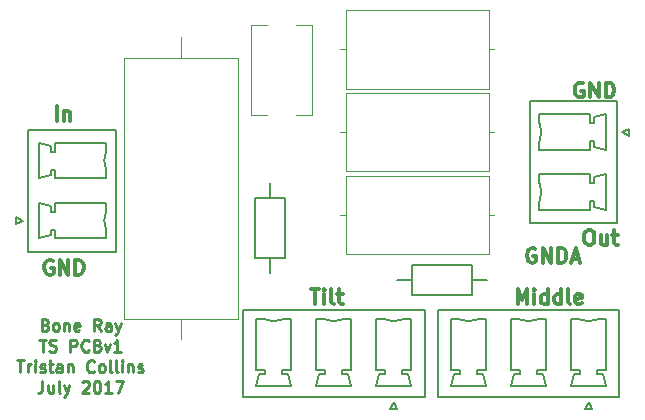
<source format=gbr>
%TF.GenerationSoftware,KiCad,Pcbnew,(5.1.5-0-10_14)*%
%TF.CreationDate,2020-09-13T21:22:45+01:00*%
%TF.ProjectId,BoneRayPCB,426f6e65-5261-4795-9043-422e6b696361,rev?*%
%TF.SameCoordinates,Original*%
%TF.FileFunction,Legend,Top*%
%TF.FilePolarity,Positive*%
%FSLAX46Y46*%
G04 Gerber Fmt 4.6, Leading zero omitted, Abs format (unit mm)*
G04 Created by KiCad (PCBNEW (5.1.5-0-10_14)) date 2020-09-13 21:22:45*
%MOMM*%
%LPD*%
G04 APERTURE LIST*
%ADD10C,0.250000*%
%ADD11C,0.300000*%
%ADD12C,0.150000*%
%ADD13C,0.120000*%
G04 APERTURE END LIST*
D10*
X163523809Y-124803571D02*
X163666666Y-124851190D01*
X163714285Y-124898809D01*
X163761904Y-124994047D01*
X163761904Y-125136904D01*
X163714285Y-125232142D01*
X163666666Y-125279761D01*
X163571428Y-125327380D01*
X163190476Y-125327380D01*
X163190476Y-124327380D01*
X163523809Y-124327380D01*
X163619047Y-124375000D01*
X163666666Y-124422619D01*
X163714285Y-124517857D01*
X163714285Y-124613095D01*
X163666666Y-124708333D01*
X163619047Y-124755952D01*
X163523809Y-124803571D01*
X163190476Y-124803571D01*
X164333333Y-125327380D02*
X164238095Y-125279761D01*
X164190476Y-125232142D01*
X164142857Y-125136904D01*
X164142857Y-124851190D01*
X164190476Y-124755952D01*
X164238095Y-124708333D01*
X164333333Y-124660714D01*
X164476190Y-124660714D01*
X164571428Y-124708333D01*
X164619047Y-124755952D01*
X164666666Y-124851190D01*
X164666666Y-125136904D01*
X164619047Y-125232142D01*
X164571428Y-125279761D01*
X164476190Y-125327380D01*
X164333333Y-125327380D01*
X165095238Y-124660714D02*
X165095238Y-125327380D01*
X165095238Y-124755952D02*
X165142857Y-124708333D01*
X165238095Y-124660714D01*
X165380952Y-124660714D01*
X165476190Y-124708333D01*
X165523809Y-124803571D01*
X165523809Y-125327380D01*
X166380952Y-125279761D02*
X166285714Y-125327380D01*
X166095238Y-125327380D01*
X166000000Y-125279761D01*
X165952380Y-125184523D01*
X165952380Y-124803571D01*
X166000000Y-124708333D01*
X166095238Y-124660714D01*
X166285714Y-124660714D01*
X166380952Y-124708333D01*
X166428571Y-124803571D01*
X166428571Y-124898809D01*
X165952380Y-124994047D01*
X168190476Y-125327380D02*
X167857142Y-124851190D01*
X167619047Y-125327380D02*
X167619047Y-124327380D01*
X168000000Y-124327380D01*
X168095238Y-124375000D01*
X168142857Y-124422619D01*
X168190476Y-124517857D01*
X168190476Y-124660714D01*
X168142857Y-124755952D01*
X168095238Y-124803571D01*
X168000000Y-124851190D01*
X167619047Y-124851190D01*
X169047619Y-125327380D02*
X169047619Y-124803571D01*
X169000000Y-124708333D01*
X168904761Y-124660714D01*
X168714285Y-124660714D01*
X168619047Y-124708333D01*
X169047619Y-125279761D02*
X168952380Y-125327380D01*
X168714285Y-125327380D01*
X168619047Y-125279761D01*
X168571428Y-125184523D01*
X168571428Y-125089285D01*
X168619047Y-124994047D01*
X168714285Y-124946428D01*
X168952380Y-124946428D01*
X169047619Y-124898809D01*
X169428571Y-124660714D02*
X169666666Y-125327380D01*
X169904761Y-124660714D02*
X169666666Y-125327380D01*
X169571428Y-125565476D01*
X169523809Y-125613095D01*
X169428571Y-125660714D01*
X163000000Y-126077380D02*
X163571428Y-126077380D01*
X163285714Y-127077380D02*
X163285714Y-126077380D01*
X163857142Y-127029761D02*
X164000000Y-127077380D01*
X164238095Y-127077380D01*
X164333333Y-127029761D01*
X164380952Y-126982142D01*
X164428571Y-126886904D01*
X164428571Y-126791666D01*
X164380952Y-126696428D01*
X164333333Y-126648809D01*
X164238095Y-126601190D01*
X164047619Y-126553571D01*
X163952380Y-126505952D01*
X163904761Y-126458333D01*
X163857142Y-126363095D01*
X163857142Y-126267857D01*
X163904761Y-126172619D01*
X163952380Y-126125000D01*
X164047619Y-126077380D01*
X164285714Y-126077380D01*
X164428571Y-126125000D01*
X165619047Y-127077380D02*
X165619047Y-126077380D01*
X166000000Y-126077380D01*
X166095238Y-126125000D01*
X166142857Y-126172619D01*
X166190476Y-126267857D01*
X166190476Y-126410714D01*
X166142857Y-126505952D01*
X166095238Y-126553571D01*
X166000000Y-126601190D01*
X165619047Y-126601190D01*
X167190476Y-126982142D02*
X167142857Y-127029761D01*
X167000000Y-127077380D01*
X166904761Y-127077380D01*
X166761904Y-127029761D01*
X166666666Y-126934523D01*
X166619047Y-126839285D01*
X166571428Y-126648809D01*
X166571428Y-126505952D01*
X166619047Y-126315476D01*
X166666666Y-126220238D01*
X166761904Y-126125000D01*
X166904761Y-126077380D01*
X167000000Y-126077380D01*
X167142857Y-126125000D01*
X167190476Y-126172619D01*
X167952380Y-126553571D02*
X168095238Y-126601190D01*
X168142857Y-126648809D01*
X168190476Y-126744047D01*
X168190476Y-126886904D01*
X168142857Y-126982142D01*
X168095238Y-127029761D01*
X168000000Y-127077380D01*
X167619047Y-127077380D01*
X167619047Y-126077380D01*
X167952380Y-126077380D01*
X168047619Y-126125000D01*
X168095238Y-126172619D01*
X168142857Y-126267857D01*
X168142857Y-126363095D01*
X168095238Y-126458333D01*
X168047619Y-126505952D01*
X167952380Y-126553571D01*
X167619047Y-126553571D01*
X168523809Y-126410714D02*
X168761904Y-127077380D01*
X169000000Y-126410714D01*
X169904761Y-127077380D02*
X169333333Y-127077380D01*
X169619047Y-127077380D02*
X169619047Y-126077380D01*
X169523809Y-126220238D01*
X169428571Y-126315476D01*
X169333333Y-126363095D01*
X161119047Y-127827380D02*
X161690476Y-127827380D01*
X161404761Y-128827380D02*
X161404761Y-127827380D01*
X162023809Y-128827380D02*
X162023809Y-128160714D01*
X162023809Y-128351190D02*
X162071428Y-128255952D01*
X162119047Y-128208333D01*
X162214285Y-128160714D01*
X162309523Y-128160714D01*
X162642857Y-128827380D02*
X162642857Y-128160714D01*
X162642857Y-127827380D02*
X162595238Y-127875000D01*
X162642857Y-127922619D01*
X162690476Y-127875000D01*
X162642857Y-127827380D01*
X162642857Y-127922619D01*
X163071428Y-128779761D02*
X163166666Y-128827380D01*
X163357142Y-128827380D01*
X163452380Y-128779761D01*
X163500000Y-128684523D01*
X163500000Y-128636904D01*
X163452380Y-128541666D01*
X163357142Y-128494047D01*
X163214285Y-128494047D01*
X163119047Y-128446428D01*
X163071428Y-128351190D01*
X163071428Y-128303571D01*
X163119047Y-128208333D01*
X163214285Y-128160714D01*
X163357142Y-128160714D01*
X163452380Y-128208333D01*
X163785714Y-128160714D02*
X164166666Y-128160714D01*
X163928571Y-127827380D02*
X163928571Y-128684523D01*
X163976190Y-128779761D01*
X164071428Y-128827380D01*
X164166666Y-128827380D01*
X164928571Y-128827380D02*
X164928571Y-128303571D01*
X164880952Y-128208333D01*
X164785714Y-128160714D01*
X164595238Y-128160714D01*
X164500000Y-128208333D01*
X164928571Y-128779761D02*
X164833333Y-128827380D01*
X164595238Y-128827380D01*
X164500000Y-128779761D01*
X164452380Y-128684523D01*
X164452380Y-128589285D01*
X164500000Y-128494047D01*
X164595238Y-128446428D01*
X164833333Y-128446428D01*
X164928571Y-128398809D01*
X165404761Y-128160714D02*
X165404761Y-128827380D01*
X165404761Y-128255952D02*
X165452380Y-128208333D01*
X165547619Y-128160714D01*
X165690476Y-128160714D01*
X165785714Y-128208333D01*
X165833333Y-128303571D01*
X165833333Y-128827380D01*
X167642857Y-128732142D02*
X167595238Y-128779761D01*
X167452380Y-128827380D01*
X167357142Y-128827380D01*
X167214285Y-128779761D01*
X167119047Y-128684523D01*
X167071428Y-128589285D01*
X167023809Y-128398809D01*
X167023809Y-128255952D01*
X167071428Y-128065476D01*
X167119047Y-127970238D01*
X167214285Y-127875000D01*
X167357142Y-127827380D01*
X167452380Y-127827380D01*
X167595238Y-127875000D01*
X167642857Y-127922619D01*
X168214285Y-128827380D02*
X168119047Y-128779761D01*
X168071428Y-128732142D01*
X168023809Y-128636904D01*
X168023809Y-128351190D01*
X168071428Y-128255952D01*
X168119047Y-128208333D01*
X168214285Y-128160714D01*
X168357142Y-128160714D01*
X168452380Y-128208333D01*
X168500000Y-128255952D01*
X168547619Y-128351190D01*
X168547619Y-128636904D01*
X168500000Y-128732142D01*
X168452380Y-128779761D01*
X168357142Y-128827380D01*
X168214285Y-128827380D01*
X169119047Y-128827380D02*
X169023809Y-128779761D01*
X168976190Y-128684523D01*
X168976190Y-127827380D01*
X169642857Y-128827380D02*
X169547619Y-128779761D01*
X169500000Y-128684523D01*
X169500000Y-127827380D01*
X170023809Y-128827380D02*
X170023809Y-128160714D01*
X170023809Y-127827380D02*
X169976190Y-127875000D01*
X170023809Y-127922619D01*
X170071428Y-127875000D01*
X170023809Y-127827380D01*
X170023809Y-127922619D01*
X170500000Y-128160714D02*
X170500000Y-128827380D01*
X170500000Y-128255952D02*
X170547619Y-128208333D01*
X170642857Y-128160714D01*
X170785714Y-128160714D01*
X170880952Y-128208333D01*
X170928571Y-128303571D01*
X170928571Y-128827380D01*
X171357142Y-128779761D02*
X171452380Y-128827380D01*
X171642857Y-128827380D01*
X171738095Y-128779761D01*
X171785714Y-128684523D01*
X171785714Y-128636904D01*
X171738095Y-128541666D01*
X171642857Y-128494047D01*
X171500000Y-128494047D01*
X171404761Y-128446428D01*
X171357142Y-128351190D01*
X171357142Y-128303571D01*
X171404761Y-128208333D01*
X171500000Y-128160714D01*
X171642857Y-128160714D01*
X171738095Y-128208333D01*
X163261904Y-129577380D02*
X163261904Y-130291666D01*
X163214285Y-130434523D01*
X163119047Y-130529761D01*
X162976190Y-130577380D01*
X162880952Y-130577380D01*
X164166666Y-129910714D02*
X164166666Y-130577380D01*
X163738095Y-129910714D02*
X163738095Y-130434523D01*
X163785714Y-130529761D01*
X163880952Y-130577380D01*
X164023809Y-130577380D01*
X164119047Y-130529761D01*
X164166666Y-130482142D01*
X164785714Y-130577380D02*
X164690476Y-130529761D01*
X164642857Y-130434523D01*
X164642857Y-129577380D01*
X165071428Y-129910714D02*
X165309523Y-130577380D01*
X165547619Y-129910714D02*
X165309523Y-130577380D01*
X165214285Y-130815476D01*
X165166666Y-130863095D01*
X165071428Y-130910714D01*
X166642857Y-129672619D02*
X166690476Y-129625000D01*
X166785714Y-129577380D01*
X167023809Y-129577380D01*
X167119047Y-129625000D01*
X167166666Y-129672619D01*
X167214285Y-129767857D01*
X167214285Y-129863095D01*
X167166666Y-130005952D01*
X166595238Y-130577380D01*
X167214285Y-130577380D01*
X167833333Y-129577380D02*
X167928571Y-129577380D01*
X168023809Y-129625000D01*
X168071428Y-129672619D01*
X168119047Y-129767857D01*
X168166666Y-129958333D01*
X168166666Y-130196428D01*
X168119047Y-130386904D01*
X168071428Y-130482142D01*
X168023809Y-130529761D01*
X167928571Y-130577380D01*
X167833333Y-130577380D01*
X167738095Y-130529761D01*
X167690476Y-130482142D01*
X167642857Y-130386904D01*
X167595238Y-130196428D01*
X167595238Y-129958333D01*
X167642857Y-129767857D01*
X167690476Y-129672619D01*
X167738095Y-129625000D01*
X167833333Y-129577380D01*
X169119047Y-130577380D02*
X168547619Y-130577380D01*
X168833333Y-130577380D02*
X168833333Y-129577380D01*
X168738095Y-129720238D01*
X168642857Y-129815476D01*
X168547619Y-129863095D01*
X169452380Y-129577380D02*
X170119047Y-129577380D01*
X169690476Y-130577380D01*
D11*
X209047619Y-104375000D02*
X208928571Y-104315476D01*
X208750000Y-104315476D01*
X208571428Y-104375000D01*
X208452380Y-104494047D01*
X208392857Y-104613095D01*
X208333333Y-104851190D01*
X208333333Y-105029761D01*
X208392857Y-105267857D01*
X208452380Y-105386904D01*
X208571428Y-105505952D01*
X208750000Y-105565476D01*
X208869047Y-105565476D01*
X209047619Y-105505952D01*
X209107142Y-105446428D01*
X209107142Y-105029761D01*
X208869047Y-105029761D01*
X209642857Y-105565476D02*
X209642857Y-104315476D01*
X210357142Y-105565476D01*
X210357142Y-104315476D01*
X210952380Y-105565476D02*
X210952380Y-104315476D01*
X211250000Y-104315476D01*
X211428571Y-104375000D01*
X211547619Y-104494047D01*
X211607142Y-104613095D01*
X211666666Y-104851190D01*
X211666666Y-105029761D01*
X211607142Y-105267857D01*
X211547619Y-105386904D01*
X211428571Y-105505952D01*
X211250000Y-105565476D01*
X210952380Y-105565476D01*
X209458333Y-116815476D02*
X209696428Y-116815476D01*
X209815476Y-116875000D01*
X209934523Y-116994047D01*
X209994047Y-117232142D01*
X209994047Y-117648809D01*
X209934523Y-117886904D01*
X209815476Y-118005952D01*
X209696428Y-118065476D01*
X209458333Y-118065476D01*
X209339285Y-118005952D01*
X209220238Y-117886904D01*
X209160714Y-117648809D01*
X209160714Y-117232142D01*
X209220238Y-116994047D01*
X209339285Y-116875000D01*
X209458333Y-116815476D01*
X211065476Y-117232142D02*
X211065476Y-118065476D01*
X210529761Y-117232142D02*
X210529761Y-117886904D01*
X210589285Y-118005952D01*
X210708333Y-118065476D01*
X210886904Y-118065476D01*
X211005952Y-118005952D01*
X211065476Y-117946428D01*
X211482142Y-117232142D02*
X211958333Y-117232142D01*
X211660714Y-116815476D02*
X211660714Y-117886904D01*
X211720238Y-118005952D01*
X211839285Y-118065476D01*
X211958333Y-118065476D01*
X164147380Y-119375000D02*
X164028333Y-119315476D01*
X163849761Y-119315476D01*
X163671190Y-119375000D01*
X163552142Y-119494047D01*
X163492619Y-119613095D01*
X163433095Y-119851190D01*
X163433095Y-120029761D01*
X163492619Y-120267857D01*
X163552142Y-120386904D01*
X163671190Y-120505952D01*
X163849761Y-120565476D01*
X163968809Y-120565476D01*
X164147380Y-120505952D01*
X164206904Y-120446428D01*
X164206904Y-120029761D01*
X163968809Y-120029761D01*
X164742619Y-120565476D02*
X164742619Y-119315476D01*
X165456904Y-120565476D01*
X165456904Y-119315476D01*
X166052142Y-120565476D02*
X166052142Y-119315476D01*
X166349761Y-119315476D01*
X166528333Y-119375000D01*
X166647380Y-119494047D01*
X166706904Y-119613095D01*
X166766428Y-119851190D01*
X166766428Y-120029761D01*
X166706904Y-120267857D01*
X166647380Y-120386904D01*
X166528333Y-120505952D01*
X166349761Y-120565476D01*
X166052142Y-120565476D01*
X164492619Y-107565476D02*
X164492619Y-106315476D01*
X165087857Y-106732142D02*
X165087857Y-107565476D01*
X165087857Y-106851190D02*
X165147380Y-106791666D01*
X165266428Y-106732142D01*
X165445000Y-106732142D01*
X165564047Y-106791666D01*
X165623571Y-106910714D01*
X165623571Y-107565476D01*
X205011904Y-118375000D02*
X204892857Y-118315476D01*
X204714285Y-118315476D01*
X204535714Y-118375000D01*
X204416666Y-118494047D01*
X204357142Y-118613095D01*
X204297619Y-118851190D01*
X204297619Y-119029761D01*
X204357142Y-119267857D01*
X204416666Y-119386904D01*
X204535714Y-119505952D01*
X204714285Y-119565476D01*
X204833333Y-119565476D01*
X205011904Y-119505952D01*
X205071428Y-119446428D01*
X205071428Y-119029761D01*
X204833333Y-119029761D01*
X205607142Y-119565476D02*
X205607142Y-118315476D01*
X206321428Y-119565476D01*
X206321428Y-118315476D01*
X206916666Y-119565476D02*
X206916666Y-118315476D01*
X207214285Y-118315476D01*
X207392857Y-118375000D01*
X207511904Y-118494047D01*
X207571428Y-118613095D01*
X207630952Y-118851190D01*
X207630952Y-119029761D01*
X207571428Y-119267857D01*
X207511904Y-119386904D01*
X207392857Y-119505952D01*
X207214285Y-119565476D01*
X206916666Y-119565476D01*
X208107142Y-119208333D02*
X208702380Y-119208333D01*
X207988095Y-119565476D02*
X208404761Y-118315476D01*
X208821428Y-119565476D01*
X203492619Y-123065476D02*
X203492619Y-121815476D01*
X203909285Y-122708333D01*
X204325952Y-121815476D01*
X204325952Y-123065476D01*
X204921190Y-123065476D02*
X204921190Y-122232142D01*
X204921190Y-121815476D02*
X204861666Y-121875000D01*
X204921190Y-121934523D01*
X204980714Y-121875000D01*
X204921190Y-121815476D01*
X204921190Y-121934523D01*
X206052142Y-123065476D02*
X206052142Y-121815476D01*
X206052142Y-123005952D02*
X205933095Y-123065476D01*
X205695000Y-123065476D01*
X205575952Y-123005952D01*
X205516428Y-122946428D01*
X205456904Y-122827380D01*
X205456904Y-122470238D01*
X205516428Y-122351190D01*
X205575952Y-122291666D01*
X205695000Y-122232142D01*
X205933095Y-122232142D01*
X206052142Y-122291666D01*
X207183095Y-123065476D02*
X207183095Y-121815476D01*
X207183095Y-123005952D02*
X207064047Y-123065476D01*
X206825952Y-123065476D01*
X206706904Y-123005952D01*
X206647380Y-122946428D01*
X206587857Y-122827380D01*
X206587857Y-122470238D01*
X206647380Y-122351190D01*
X206706904Y-122291666D01*
X206825952Y-122232142D01*
X207064047Y-122232142D01*
X207183095Y-122291666D01*
X207956904Y-123065476D02*
X207837857Y-123005952D01*
X207778333Y-122886904D01*
X207778333Y-121815476D01*
X208909285Y-123005952D02*
X208790238Y-123065476D01*
X208552142Y-123065476D01*
X208433095Y-123005952D01*
X208373571Y-122886904D01*
X208373571Y-122410714D01*
X208433095Y-122291666D01*
X208552142Y-122232142D01*
X208790238Y-122232142D01*
X208909285Y-122291666D01*
X208968809Y-122410714D01*
X208968809Y-122529761D01*
X208373571Y-122648809D01*
X186007380Y-121815476D02*
X186721666Y-121815476D01*
X186364523Y-123065476D02*
X186364523Y-121815476D01*
X187138333Y-123065476D02*
X187138333Y-122232142D01*
X187138333Y-121815476D02*
X187078809Y-121875000D01*
X187138333Y-121934523D01*
X187197857Y-121875000D01*
X187138333Y-121815476D01*
X187138333Y-121934523D01*
X187912142Y-123065476D02*
X187793095Y-123005952D01*
X187733571Y-122886904D01*
X187733571Y-121815476D01*
X188209761Y-122232142D02*
X188685952Y-122232142D01*
X188388333Y-121815476D02*
X188388333Y-122886904D01*
X188447857Y-123005952D01*
X188566904Y-123065476D01*
X188685952Y-123065476D01*
D12*
X183770000Y-114040000D02*
X183770000Y-119120000D01*
X183770000Y-119120000D02*
X181230000Y-119120000D01*
X181230000Y-119120000D02*
X181230000Y-114040000D01*
X181230000Y-114040000D02*
X183770000Y-114040000D01*
X182500000Y-114040000D02*
X182500000Y-112770000D01*
X182500000Y-119120000D02*
X182500000Y-120390000D01*
X168649845Y-115250353D02*
G75*
G03X168650000Y-116750000I1700155J-749647D01*
G01*
X168649845Y-110170353D02*
G75*
G03X168650000Y-111670000I1700155J-749647D01*
G01*
X162070000Y-118620000D02*
X169480000Y-118620000D01*
X169480000Y-118620000D02*
X169480000Y-108300000D01*
X169480000Y-108300000D02*
X162070000Y-108300000D01*
X162070000Y-108300000D02*
X162070000Y-118620000D01*
X168650000Y-116750000D02*
X168650000Y-117500000D01*
X168650000Y-117500000D02*
X164350000Y-117500000D01*
X164350000Y-117500000D02*
X164350000Y-116750000D01*
X164350000Y-116750000D02*
X164000000Y-116750000D01*
X164000000Y-116750000D02*
X164000000Y-117250000D01*
X164000000Y-117250000D02*
X163000000Y-117500000D01*
X163000000Y-117500000D02*
X163000000Y-114500000D01*
X163000000Y-114500000D02*
X164000000Y-114750000D01*
X164000000Y-114750000D02*
X164000000Y-115250000D01*
X164000000Y-115250000D02*
X164350000Y-115250000D01*
X164350000Y-115250000D02*
X164350000Y-115250000D01*
X164350000Y-115250000D02*
X164350000Y-114500000D01*
X164350000Y-114500000D02*
X168650000Y-114500000D01*
X168650000Y-114500000D02*
X168650000Y-115250000D01*
X168650000Y-111670000D02*
X168650000Y-112420000D01*
X168650000Y-112420000D02*
X164350000Y-112420000D01*
X164350000Y-112420000D02*
X164350000Y-111670000D01*
X164350000Y-111670000D02*
X164000000Y-111670000D01*
X164000000Y-111670000D02*
X164000000Y-112170000D01*
X164000000Y-112170000D02*
X163000000Y-112420000D01*
X163000000Y-112420000D02*
X163000000Y-109420000D01*
X163000000Y-109420000D02*
X164000000Y-109670000D01*
X164000000Y-109670000D02*
X164000000Y-110170000D01*
X164000000Y-110170000D02*
X164350000Y-110170000D01*
X164350000Y-110170000D02*
X164350000Y-110170000D01*
X164350000Y-110170000D02*
X164350000Y-109420000D01*
X164350000Y-109420000D02*
X168650000Y-109420000D01*
X168650000Y-109420000D02*
X168650000Y-110170000D01*
X161650000Y-116000000D02*
X161050000Y-115700000D01*
X161050000Y-115700000D02*
X161050000Y-116300000D01*
X161050000Y-116300000D02*
X161650000Y-116000000D01*
X205350155Y-109249647D02*
G75*
G03X205350000Y-107750000I-1700155J749647D01*
G01*
X205350155Y-114329647D02*
G75*
G03X205350000Y-112830000I-1700155J749647D01*
G01*
X211930000Y-105880000D02*
X204520000Y-105880000D01*
X204520000Y-105880000D02*
X204520000Y-116200000D01*
X204520000Y-116200000D02*
X211930000Y-116200000D01*
X211930000Y-116200000D02*
X211930000Y-105880000D01*
X205350000Y-107750000D02*
X205350000Y-107000000D01*
X205350000Y-107000000D02*
X209650000Y-107000000D01*
X209650000Y-107000000D02*
X209650000Y-107750000D01*
X209650000Y-107750000D02*
X210000000Y-107750000D01*
X210000000Y-107750000D02*
X210000000Y-107250000D01*
X210000000Y-107250000D02*
X211000000Y-107000000D01*
X211000000Y-107000000D02*
X211000000Y-110000000D01*
X211000000Y-110000000D02*
X210000000Y-109750000D01*
X210000000Y-109750000D02*
X210000000Y-109250000D01*
X210000000Y-109250000D02*
X209650000Y-109250000D01*
X209650000Y-109250000D02*
X209650000Y-109250000D01*
X209650000Y-109250000D02*
X209650000Y-110000000D01*
X209650000Y-110000000D02*
X205350000Y-110000000D01*
X205350000Y-110000000D02*
X205350000Y-109250000D01*
X205350000Y-112830000D02*
X205350000Y-112080000D01*
X205350000Y-112080000D02*
X209650000Y-112080000D01*
X209650000Y-112080000D02*
X209650000Y-112830000D01*
X209650000Y-112830000D02*
X210000000Y-112830000D01*
X210000000Y-112830000D02*
X210000000Y-112330000D01*
X210000000Y-112330000D02*
X211000000Y-112080000D01*
X211000000Y-112080000D02*
X211000000Y-115080000D01*
X211000000Y-115080000D02*
X210000000Y-114830000D01*
X210000000Y-114830000D02*
X210000000Y-114330000D01*
X210000000Y-114330000D02*
X209650000Y-114330000D01*
X209650000Y-114330000D02*
X209650000Y-114330000D01*
X209650000Y-114330000D02*
X209650000Y-115080000D01*
X209650000Y-115080000D02*
X205350000Y-115080000D01*
X205350000Y-115080000D02*
X205350000Y-114330000D01*
X212350000Y-108500000D02*
X212950000Y-108800000D01*
X212950000Y-108800000D02*
X212950000Y-108200000D01*
X212950000Y-108200000D02*
X212350000Y-108500000D01*
X194540000Y-119730000D02*
X199620000Y-119730000D01*
X199620000Y-119730000D02*
X199620000Y-122270000D01*
X199620000Y-122270000D02*
X194540000Y-122270000D01*
X194540000Y-122270000D02*
X194540000Y-119730000D01*
X194540000Y-121000000D02*
X193270000Y-121000000D01*
X199620000Y-121000000D02*
X200890000Y-121000000D01*
X192250353Y-124350155D02*
G75*
G03X193750000Y-124350000I749647J1700155D01*
G01*
X187170353Y-124350155D02*
G75*
G03X188670000Y-124350000I749647J1700155D01*
G01*
X182090353Y-124350155D02*
G75*
G03X183590000Y-124350000I749647J1700155D01*
G01*
X195620000Y-130930000D02*
X195620000Y-123520000D01*
X195620000Y-123520000D02*
X180220000Y-123520000D01*
X180220000Y-123520000D02*
X180220000Y-130930000D01*
X180220000Y-130930000D02*
X195620000Y-130930000D01*
X193750000Y-124350000D02*
X194500000Y-124350000D01*
X194500000Y-124350000D02*
X194500000Y-128650000D01*
X194500000Y-128650000D02*
X193750000Y-128650000D01*
X193750000Y-128650000D02*
X193750000Y-129000000D01*
X193750000Y-129000000D02*
X194250000Y-129000000D01*
X194250000Y-129000000D02*
X194500000Y-130000000D01*
X194500000Y-130000000D02*
X191500000Y-130000000D01*
X191500000Y-130000000D02*
X191750000Y-129000000D01*
X191750000Y-129000000D02*
X192250000Y-129000000D01*
X192250000Y-129000000D02*
X192250000Y-128650000D01*
X192250000Y-128650000D02*
X192250000Y-128650000D01*
X192250000Y-128650000D02*
X191500000Y-128650000D01*
X191500000Y-128650000D02*
X191500000Y-124350000D01*
X191500000Y-124350000D02*
X192250000Y-124350000D01*
X188670000Y-124350000D02*
X189420000Y-124350000D01*
X189420000Y-124350000D02*
X189420000Y-128650000D01*
X189420000Y-128650000D02*
X188670000Y-128650000D01*
X188670000Y-128650000D02*
X188670000Y-129000000D01*
X188670000Y-129000000D02*
X189170000Y-129000000D01*
X189170000Y-129000000D02*
X189420000Y-130000000D01*
X189420000Y-130000000D02*
X186420000Y-130000000D01*
X186420000Y-130000000D02*
X186670000Y-129000000D01*
X186670000Y-129000000D02*
X187170000Y-129000000D01*
X187170000Y-129000000D02*
X187170000Y-128650000D01*
X187170000Y-128650000D02*
X187170000Y-128650000D01*
X187170000Y-128650000D02*
X186420000Y-128650000D01*
X186420000Y-128650000D02*
X186420000Y-124350000D01*
X186420000Y-124350000D02*
X187170000Y-124350000D01*
X183590000Y-124350000D02*
X184340000Y-124350000D01*
X184340000Y-124350000D02*
X184340000Y-128650000D01*
X184340000Y-128650000D02*
X183590000Y-128650000D01*
X183590000Y-128650000D02*
X183590000Y-129000000D01*
X183590000Y-129000000D02*
X184090000Y-129000000D01*
X184090000Y-129000000D02*
X184340000Y-130000000D01*
X184340000Y-130000000D02*
X181340000Y-130000000D01*
X181340000Y-130000000D02*
X181590000Y-129000000D01*
X181590000Y-129000000D02*
X182090000Y-129000000D01*
X182090000Y-129000000D02*
X182090000Y-128650000D01*
X182090000Y-128650000D02*
X182090000Y-128650000D01*
X182090000Y-128650000D02*
X181340000Y-128650000D01*
X181340000Y-128650000D02*
X181340000Y-124350000D01*
X181340000Y-124350000D02*
X182090000Y-124350000D01*
X193000000Y-131350000D02*
X192700000Y-131950000D01*
X192700000Y-131950000D02*
X193300000Y-131950000D01*
X193300000Y-131950000D02*
X193000000Y-131350000D01*
X208750353Y-124350155D02*
G75*
G03X210250000Y-124350000I749647J1700155D01*
G01*
X203670353Y-124350155D02*
G75*
G03X205170000Y-124350000I749647J1700155D01*
G01*
X198590353Y-124350155D02*
G75*
G03X200090000Y-124350000I749647J1700155D01*
G01*
X212120000Y-130930000D02*
X212120000Y-123520000D01*
X212120000Y-123520000D02*
X196720000Y-123520000D01*
X196720000Y-123520000D02*
X196720000Y-130930000D01*
X196720000Y-130930000D02*
X212120000Y-130930000D01*
X210250000Y-124350000D02*
X211000000Y-124350000D01*
X211000000Y-124350000D02*
X211000000Y-128650000D01*
X211000000Y-128650000D02*
X210250000Y-128650000D01*
X210250000Y-128650000D02*
X210250000Y-129000000D01*
X210250000Y-129000000D02*
X210750000Y-129000000D01*
X210750000Y-129000000D02*
X211000000Y-130000000D01*
X211000000Y-130000000D02*
X208000000Y-130000000D01*
X208000000Y-130000000D02*
X208250000Y-129000000D01*
X208250000Y-129000000D02*
X208750000Y-129000000D01*
X208750000Y-129000000D02*
X208750000Y-128650000D01*
X208750000Y-128650000D02*
X208750000Y-128650000D01*
X208750000Y-128650000D02*
X208000000Y-128650000D01*
X208000000Y-128650000D02*
X208000000Y-124350000D01*
X208000000Y-124350000D02*
X208750000Y-124350000D01*
X205170000Y-124350000D02*
X205920000Y-124350000D01*
X205920000Y-124350000D02*
X205920000Y-128650000D01*
X205920000Y-128650000D02*
X205170000Y-128650000D01*
X205170000Y-128650000D02*
X205170000Y-129000000D01*
X205170000Y-129000000D02*
X205670000Y-129000000D01*
X205670000Y-129000000D02*
X205920000Y-130000000D01*
X205920000Y-130000000D02*
X202920000Y-130000000D01*
X202920000Y-130000000D02*
X203170000Y-129000000D01*
X203170000Y-129000000D02*
X203670000Y-129000000D01*
X203670000Y-129000000D02*
X203670000Y-128650000D01*
X203670000Y-128650000D02*
X203670000Y-128650000D01*
X203670000Y-128650000D02*
X202920000Y-128650000D01*
X202920000Y-128650000D02*
X202920000Y-124350000D01*
X202920000Y-124350000D02*
X203670000Y-124350000D01*
X200090000Y-124350000D02*
X200840000Y-124350000D01*
X200840000Y-124350000D02*
X200840000Y-128650000D01*
X200840000Y-128650000D02*
X200090000Y-128650000D01*
X200090000Y-128650000D02*
X200090000Y-129000000D01*
X200090000Y-129000000D02*
X200590000Y-129000000D01*
X200590000Y-129000000D02*
X200840000Y-130000000D01*
X200840000Y-130000000D02*
X197840000Y-130000000D01*
X197840000Y-130000000D02*
X198090000Y-129000000D01*
X198090000Y-129000000D02*
X198590000Y-129000000D01*
X198590000Y-129000000D02*
X198590000Y-128650000D01*
X198590000Y-128650000D02*
X198590000Y-128650000D01*
X198590000Y-128650000D02*
X197840000Y-128650000D01*
X197840000Y-128650000D02*
X197840000Y-124350000D01*
X197840000Y-124350000D02*
X198590000Y-124350000D01*
X209500000Y-131350000D02*
X209200000Y-131950000D01*
X209200000Y-131950000D02*
X209800000Y-131950000D01*
X209800000Y-131950000D02*
X209500000Y-131350000D01*
D13*
X186060000Y-99440000D02*
X186060000Y-107060000D01*
X180940000Y-99440000D02*
X180940000Y-107060000D01*
X186060000Y-99440000D02*
X184695000Y-99440000D01*
X182305000Y-99440000D02*
X180940000Y-99440000D01*
X186060000Y-107060000D02*
X184695000Y-107060000D01*
X182305000Y-107060000D02*
X180940000Y-107060000D01*
X179810000Y-102190000D02*
X170190000Y-102190000D01*
X170190000Y-102190000D02*
X170190000Y-124310000D01*
X170190000Y-124310000D02*
X179810000Y-124310000D01*
X179810000Y-124310000D02*
X179810000Y-102190000D01*
X175000000Y-100480000D02*
X175000000Y-102190000D01*
X175000000Y-126020000D02*
X175000000Y-124310000D01*
X188940000Y-105190000D02*
X188940000Y-111810000D01*
X188940000Y-111810000D02*
X201060000Y-111810000D01*
X201060000Y-111810000D02*
X201060000Y-105190000D01*
X201060000Y-105190000D02*
X188940000Y-105190000D01*
X188480000Y-108500000D02*
X188940000Y-108500000D01*
X201520000Y-108500000D02*
X201060000Y-108500000D01*
X188940000Y-98190000D02*
X188940000Y-104810000D01*
X188940000Y-104810000D02*
X201060000Y-104810000D01*
X201060000Y-104810000D02*
X201060000Y-98190000D01*
X201060000Y-98190000D02*
X188940000Y-98190000D01*
X188480000Y-101500000D02*
X188940000Y-101500000D01*
X201520000Y-101500000D02*
X201060000Y-101500000D01*
X188940000Y-112190000D02*
X188940000Y-118810000D01*
X188940000Y-118810000D02*
X201060000Y-118810000D01*
X201060000Y-118810000D02*
X201060000Y-112190000D01*
X201060000Y-112190000D02*
X188940000Y-112190000D01*
X188480000Y-115500000D02*
X188940000Y-115500000D01*
X201520000Y-115500000D02*
X201060000Y-115500000D01*
M02*

</source>
